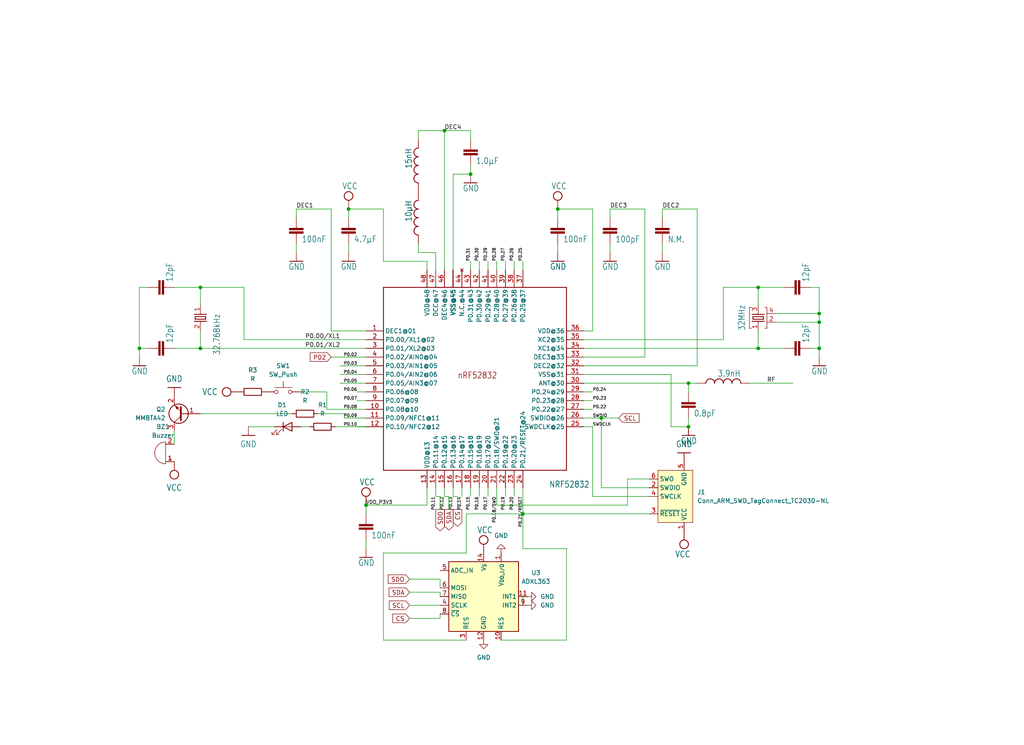
<source format=kicad_sch>
(kicad_sch (version 20230121) (generator eeschema)
  (paper "User" 298.45 217.322)
  (lib_symbols
    (symbol "Connector:Conn_ARM_SWD_TagConnect_TC2030-NL" (in_bom no)
      (property "Reference" "J" (at 2.54 11.43 0))
      (property "Value" "Conn_ARM_SWD_TagConnect_TC2030-NL" (at 2.54 8.89 0))
      (symbol "Conn_ARM_SWD_TagConnect_TC2030-NL_0_0"
        (pin power_in line (at -2.54 10.16 270) (length 2.54) (name "VCC") (number "1"))
        (pin bidirectional line (at 7.62 -2.54 180) (length 2.54) (name "SWDIO") (number "2"))
        (pin open_collector line (at 7.62 5.08 180) (length 2.54) (name "~{RESET}") (number "3"))
        (pin output line (at 7.62 0 180) (length 2.54) (name "SWCLK") (number "4"))
        (pin power_in line (at -2.54 -10.16 90) (length 2.54) (name "GND") (number "5"))
        (pin input line (at 7.62 -5.08 180) (length 2.54) (name "SWO") (number "6"))
      )
      (symbol "Conn_ARM_SWD_TagConnect_TC2030-NL_0_1"
        (rectangle (start -5.08 7.62) (end 5.08 -7.62) (fill (type background)))
      )
    )
    (symbol "Device:Buzzer" (pin_names (offset 0.0254) hide)
      (property "Reference" "BZ" (at 3.81 1.27 0))
      (property "Value" "Buzzer" (at 3.81 -1.27 0))
      (symbol "Buzzer_0_1"
        (arc (start 0 -3.175) (mid 3.1612 0) (end 0 3.175))
        (polyline (pts (xy -1.651 1.905) (xy -1.143 1.905)))
        (polyline (pts (xy -1.397 2.159) (xy -1.397 1.651)))
        (polyline (pts (xy 0 3.175) (xy 0 -3.175)))
      )
      (symbol "Buzzer_1_1"
        (pin passive line (at -2.54 2.54 0) (length 2.54) (name "-") (number "1"))
        (pin passive line (at -2.54 -2.54 0) (length 2.54) (name "+") (number "2"))
      )
    )
    (symbol "Device:LED" (pin_numbers hide) (pin_names (offset 1.016) hide)
      (property "Reference" "D" (at 0 2.54 0))
      (property "Value" "LED" (at 0 -2.54 0))
      (symbol "LED_0_1"
        (polyline (pts (xy -1.27 -1.27) (xy -1.27 1.27)) (stroke (width 0.254)))
        (polyline (pts (xy -1.27 0) (xy 1.27 0)))
        (polyline (pts (xy 1.27 -1.27) (xy 1.27 1.27) (xy -1.27 0) (xy 1.27 -1.27)) (stroke (width 0.254)))
        (polyline (pts (xy -3.048 -0.762) (xy -4.572 -2.286) (xy -3.81 -2.286) (xy -4.572 -2.286) (xy -4.572 -1.524)))
        (polyline (pts (xy -1.778 -0.762) (xy -3.302 -2.286) (xy -2.54 -2.286) (xy -3.302 -2.286) (xy -3.302 -1.524)))
      )
      (symbol "LED_1_1"
        (pin passive line (at -3.81 0 0) (length 2.54) (name "K") (number "1"))
        (pin passive line (at 3.81 0 180) (length 2.54) (name "A") (number "2"))
      )
    )
    (symbol "Device:R" (pin_numbers hide) (pin_names (offset 0))
      (property "Reference" "R" (at 2.032 0 90))
      (property "Value" "R" (at 0 0 90))
      (symbol "R_0_1"
        (rectangle (start -1.016 -2.54) (end 1.016 2.54) (stroke (width 0.254)))
      )
      (symbol "R_1_1"
        (pin passive line (at 0 3.81 270) (length 1.27) (name "~") (number "1"))
        (pin passive line (at 0 -3.81 90) (length 1.27) (name "~") (number "2"))
      )
    )
    (symbol "Sensor_Motion:ADXL363"
      (property "Reference" "U" (at -8.89 11.43 0))
      (property "Value" "ADXL363" (at 6.35 11.43 0))
      (symbol "ADXL363_0_1"
        (rectangle (start -10.16 10.16) (end 10.16 -10.16) (stroke (width 0.254)) (fill (type background)))
      )
      (symbol "ADXL363_1_1"
        (pin power_in line (at 5.08 12.7 270) (length 2.54) (name "V_{DD_I/O}") (number "1"))
        (pin passive line (at 5.08 -12.7 90) (length 2.54) (name "RES") (number "10"))
        (pin output line (at 12.7 0 180) (length 2.54) (name "INT1") (number "11"))
        (pin power_in line (at 0 -12.7 90) (length 2.54) (name "GND") (number "12"))
        (pin passive line (at 0 -12.7 90) (length 2.54) hide (name "GND") (number "13"))
        (pin power_in line (at 0 12.7 270) (length 2.54) (name "V_{S}") (number "14"))
        (pin passive line (at 0 -12.7 90) (length 2.54) hide (name "GND") (number "16"))
        (pin passive line (at -5.08 -12.7 90) (length 2.54) (name "RES") (number "3"))
        (pin input line (at -12.7 -2.54 0) (length 2.54) (name "SCLK") (number "4"))
        (pin input line (at -12.7 7.62 0) (length 2.54) (name "ADC_IN") (number "5"))
        (pin input line (at -12.7 2.54 0) (length 2.54) (name "MOSI") (number "6"))
        (pin output line (at -12.7 0 0) (length 2.54) (name "MISO") (number "7"))
        (pin input line (at -12.7 -5.08 0) (length 2.54) (name "~{CS}") (number "8"))
        (pin output line (at 12.7 -2.54 180) (length 2.54) (name "INT2") (number "9"))
      )
    )
    (symbol "Switch:SW_Push" (pin_numbers hide) (pin_names (offset 1.016) hide)
      (property "Reference" "SW" (at 1.27 2.54 0))
      (property "Value" "SW_Push" (at 0 -1.524 0))
      (symbol "SW_Push_0_1"
        (circle (center -2.032 0) (radius 0.508))
        (polyline (pts (xy 0 1.27) (xy 0 3.048)))
        (polyline (pts (xy 2.54 1.27) (xy -2.54 1.27)))
        (circle (center 2.032 0) (radius 0.508))
        (pin passive line (at -5.08 0 0) (length 2.54) (name "1") (number "1"))
        (pin passive line (at 5.08 0 180) (length 2.54) (name "2") (number "2"))
      )
    )
    (symbol "Transistor_BJT:MMBTA42" (pin_names (offset 0) hide)
      (property "Reference" "Q" (at 5.08 1.905 0))
      (property "Value" "MMBTA42" (at 5.08 0 0))
      (symbol "MMBTA42_0_1"
        (polyline (pts (xy 0 0) (xy 0.635 0)))
        (polyline (pts (xy 0.635 0.635) (xy 2.54 2.54)))
        (polyline (pts (xy 0.635 -0.635) (xy 2.54 -2.54) (xy 2.54 -2.54)))
        (polyline (pts (xy 0.635 1.905) (xy 0.635 -1.905) (xy 0.635 -1.905)) (stroke (width 0.508)))
        (polyline (pts (xy 1.27 -1.778) (xy 1.778 -1.27) (xy 2.286 -2.286) (xy 1.27 -1.778) (xy 1.27 -1.778)) (fill (type outline)))
        (circle (center 1.27 0) (radius 2.8194) (stroke (width 0.254)))
      )
      (symbol "MMBTA42_1_1"
        (pin input line (at -5.08 0 0) (length 5.08) (name "B") (number "1"))
        (pin passive line (at 2.54 -5.08 90) (length 2.54) (name "E") (number "2"))
        (pin passive line (at 2.54 5.08 270) (length 2.54) (name "C") (number "3"))
      )
    )
    (symbol "keyfinder-eagle-import:CAPACITOR_0402_N"
      (symbol "CAPACITOR_0402_N_1_0"
        (rectangle (start -2.032 -2.032) (end 2.032 -1.524) (fill (type outline)))
        (rectangle (start -2.032 -1.016) (end 2.032 -0.508) (fill (type outline)))
        (polyline (pts (xy 0 -2.54) (xy 0 -2.032)) (stroke (width 0.1524)))
        (polyline (pts (xy 0 0) (xy 0 -0.508)) (stroke (width 0.1524)))
        (pin passive line (at 0 2.54 270) (length 2.54) (name "1") (number "1"))
        (pin passive line (at 0 -5.08 90) (length 2.54) (name "2") (number "2"))
      )
    )
    (symbol "keyfinder-eagle-import:CAPACITOR_0603_N"
      (symbol "CAPACITOR_0603_N_1_0"
        (rectangle (start -2.032 -2.032) (end 2.032 -1.524) (fill (type outline)))
        (rectangle (start -2.032 -1.016) (end 2.032 -0.508) (fill (type outline)))
        (polyline (pts (xy 0 -2.54) (xy 0 -2.032)) (stroke (width 0.1524)))
        (polyline (pts (xy 0 0) (xy 0 -0.508)) (stroke (width 0.1524)))
        (pin passive line (at 0 2.54 270) (length 2.54) (name "1") (number "1"))
        (pin passive line (at 0 -5.08 90) (length 2.54) (name "2") (number "2"))
      )
    )
    (symbol "keyfinder-eagle-import:GND" (power)
      (property "Value" "GND" (at -2.54 -2.54 0))
      (symbol "GND_1_0"
        (polyline (pts (xy -1.905 0) (xy 1.905 0)) (stroke (width 0.254)))
        (pin power_in line (at 0 2.54 270) (length 2.54) (name "GND") (number "1"))
      )
    )
    (symbol "keyfinder-eagle-import:INDUCTOR_0402_N"
      (symbol "INDUCTOR_0402_N_1_0"
        (arc (start 0 -5.08) (mid 0.898 -4.708) (end 1.27 -3.81) (stroke (width 0.254)))
        (arc (start 0 -2.54) (mid 0.898 -2.168) (end 1.27 -1.27) (stroke (width 0.254)))
        (arc (start 0 0) (mid 0.898 0.372) (end 1.27 1.27) (stroke (width 0.254)))
        (arc (start 0 2.54) (mid 0.898 2.912) (end 1.27 3.81) (stroke (width 0.254)))
        (arc (start 1.27 -3.81) (mid 0.898 -2.912) (end 0 -2.54) (stroke (width 0.254)))
        (arc (start 1.27 -1.27) (mid 0.898 -0.372) (end 0 0) (stroke (width 0.254)))
        (arc (start 1.27 1.27) (mid 0.898 2.168) (end 0 2.54) (stroke (width 0.254)))
        (arc (start 1.27 3.81) (mid 0.898 4.708) (end 0 5.08) (stroke (width 0.254)))
        (pin passive line (at 0 7.62 270) (length 2.54) (name "1") (number "1"))
        (pin passive line (at 0 -7.62 90) (length 2.54) (name "2") (number "2"))
      )
    )
    (symbol "keyfinder-eagle-import:INDUCTOR_0603_N"
      (symbol "INDUCTOR_0603_N_1_0"
        (arc (start 0 -5.08) (mid 0.898 -4.708) (end 1.27 -3.81) (stroke (width 0.254)))
        (arc (start 0 -2.54) (mid 0.898 -2.168) (end 1.27 -1.27) (stroke (width 0.254)))
        (arc (start 0 0) (mid 0.898 0.372) (end 1.27 1.27) (stroke (width 0.254)))
        (arc (start 0 2.54) (mid 0.898 2.912) (end 1.27 3.81) (stroke (width 0.254)))
        (arc (start 1.27 -3.81) (mid 0.898 -2.912) (end 0 -2.54) (stroke (width 0.254)))
        (arc (start 1.27 -1.27) (mid 0.898 -0.372) (end 0 0) (stroke (width 0.254)))
        (arc (start 1.27 1.27) (mid 0.898 2.168) (end 0 2.54) (stroke (width 0.254)))
        (arc (start 1.27 3.81) (mid 0.898 4.708) (end 0 5.08) (stroke (width 0.254)))
        (pin passive line (at 0 7.62 270) (length 2.54) (name "1") (number "1"))
        (pin passive line (at 0 -7.62 90) (length 2.54) (name "2") (number "2"))
      )
    )
    (symbol "keyfinder-eagle-import:NRF52832"
      (symbol "NRF52832_1_0"
        (polyline (pts (xy 0 0) (xy 0 53.34)) (stroke (width 0.254)))
        (polyline (pts (xy 0 53.34) (xy 53.34 53.34)) (stroke (width 0.254)))
        (polyline (pts (xy 53.34 0) (xy 0 0)) (stroke (width 0.254)))
        (polyline (pts (xy 53.34 53.34) (xy 53.34 0)) (stroke (width 0.254)))
        (text "nRF52832" (at 21.59 26.67 0) (effects (font (size 1.778 1.5113)) (justify left bottom)))
        (pin power_in line (at -5.08 40.64 0) (length 5.08) (name "DEC1@01") (number "1"))
        (pin bidirectional line (at -5.08 17.78 0) (length 5.08) (name "P0.08@10") (number "10"))
        (pin bidirectional line (at -5.08 15.24 0) (length 5.08) (name "P0.09/NFC1@11") (number "11"))
        (pin bidirectional line (at -5.08 12.7 0) (length 5.08) (name "P0.10/NFC2@12") (number "12"))
        (pin power_in line (at 12.7 -5.08 90) (length 5.08) (name "VDD@13") (number "13"))
        (pin bidirectional line (at 15.24 -5.08 90) (length 5.08) (name "P0.11@14") (number "14"))
        (pin bidirectional line (at 17.78 -5.08 90) (length 5.08) (name "P0.12@15") (number "15"))
        (pin bidirectional line (at 20.32 -5.08 90) (length 5.08) (name "P0.13@16") (number "16"))
        (pin bidirectional line (at 22.86 -5.08 90) (length 5.08) (name "P0.14@17") (number "17"))
        (pin bidirectional line (at 25.4 -5.08 90) (length 5.08) (name "P0.15@18") (number "18"))
        (pin bidirectional line (at 27.94 -5.08 90) (length 5.08) (name "P0.16@19") (number "19"))
        (pin bidirectional line (at -5.08 38.1 0) (length 5.08) (name "P0.00/XL1@02") (number "2"))
        (pin bidirectional line (at 30.48 -5.08 90) (length 5.08) (name "P0.17@20") (number "20"))
        (pin bidirectional line (at 33.02 -5.08 90) (length 5.08) (name "P0.18/SWO@21") (number "21"))
        (pin bidirectional line (at 35.56 -5.08 90) (length 5.08) (name "P0.19@22") (number "22"))
        (pin bidirectional line (at 38.1 -5.08 90) (length 5.08) (name "P0.20@23") (number "23"))
        (pin bidirectional line (at 40.64 -5.08 90) (length 5.08) (name "P0.21/RESET@24") (number "24"))
        (pin input line (at 58.42 12.7 180) (length 5.08) (name "SWDCLK@25") (number "25"))
        (pin bidirectional line (at 58.42 15.24 180) (length 5.08) (name "SWDIO@26") (number "26"))
        (pin bidirectional line (at 58.42 17.78 180) (length 5.08) (name "P0.22@27") (number "27"))
        (pin bidirectional line (at 58.42 20.32 180) (length 5.08) (name "P0.23@28") (number "28"))
        (pin bidirectional line (at 58.42 22.86 180) (length 5.08) (name "P0.24@29") (number "29"))
        (pin bidirectional line (at -5.08 35.56 0) (length 5.08) (name "P0.01/XL2@03") (number "3"))
        (pin bidirectional line (at 58.42 25.4 180) (length 5.08) (name "ANT@30") (number "30"))
        (pin bidirectional line (at 58.42 27.94 180) (length 5.08) (name "VSS@31") (number "31"))
        (pin bidirectional line (at 58.42 30.48 180) (length 5.08) (name "DEC2@32") (number "32"))
        (pin bidirectional line (at 58.42 33.02 180) (length 5.08) (name "DEC3@33") (number "33"))
        (pin input line (at 58.42 35.56 180) (length 5.08) (name "XC1@34") (number "34"))
        (pin output line (at 58.42 38.1 180) (length 5.08) (name "XC2@35") (number "35"))
        (pin power_in line (at 58.42 40.64 180) (length 5.08) (name "VDD@36") (number "36"))
        (pin bidirectional line (at 40.64 58.42 270) (length 5.08) (name "P0.25@37") (number "37"))
        (pin bidirectional line (at 38.1 58.42 270) (length 5.08) (name "P0.26@38") (number "38"))
        (pin bidirectional line (at 35.56 58.42 270) (length 5.08) (name "P0.27@39") (number "39"))
        (pin bidirectional line (at -5.08 33.02 0) (length 5.08) (name "P0.02/AIN0@04") (number "4"))
        (pin bidirectional line (at 33.02 58.42 270) (length 5.08) (name "P0.28@40") (number "40"))
        (pin bidirectional line (at 30.48 58.42 270) (length 5.08) (name "P0.29@41") (number "41"))
        (pin bidirectional line (at 27.94 58.42 270) (length 5.08) (name "P0.30@42") (number "42"))
        (pin bidirectional line (at 25.4 58.42 270) (length 5.08) (name "P0.31@43") (number "43"))
        (pin no_connect line (at 22.86 58.42 270) (length 5.08) (name "N.C.@44") (number "44"))
        (pin power_in line (at 20.32 58.42 270) (length 5.08) (name "VSS@45") (number "45"))
        (pin power_in line (at 17.78 58.42 270) (length 5.08) (name "DEC4@46") (number "46"))
        (pin output line (at 15.24 58.42 270) (length 5.08) (name "DCC@47") (number "47"))
        (pin power_in line (at 12.7 58.42 270) (length 5.08) (name "VDD@48") (number "48"))
        (pin bidirectional line (at -5.08 30.48 0) (length 5.08) (name "P0.03/AIN1@05") (number "5"))
        (pin bidirectional line (at -5.08 27.94 0) (length 5.08) (name "P0.04/AIN2@06") (number "6"))
        (pin bidirectional line (at -5.08 25.4 0) (length 5.08) (name "P0.05/AIN3@07") (number "7"))
        (pin bidirectional line (at -5.08 22.86 0) (length 5.08) (name "P0.06@08") (number "8"))
        (pin bidirectional line (at -5.08 20.32 0) (length 5.08) (name "P0.07@09") (number "9"))
        (pin power_in line (at 20.32 58.42 270) (length 5.08) (name "VSS@45") (number "PAD"))
        (pin power_in line (at 20.32 58.42 270) (length 5.08) (name "VSS@45") (number "PAD@VIA01"))
        (pin power_in line (at 20.32 58.42 270) (length 5.08) (name "VSS@45") (number "PAD@VIA02"))
        (pin power_in line (at 20.32 58.42 270) (length 5.08) (name "VSS@45") (number "PAD@VIA03"))
        (pin power_in line (at 20.32 58.42 270) (length 5.08) (name "VSS@45") (number "PAD@VIA04"))
        (pin power_in line (at 20.32 58.42 270) (length 5.08) (name "VSS@45") (number "PAD@VIA05"))
        (pin power_in line (at 20.32 58.42 270) (length 5.08) (name "VSS@45") (number "PAD@VIA06"))
        (pin power_in line (at 20.32 58.42 270) (length 5.08) (name "VSS@45") (number "PAD@VIA07"))
        (pin power_in line (at 20.32 58.42 270) (length 5.08) (name "VSS@45") (number "PAD@VIA08"))
        (pin power_in line (at 20.32 58.42 270) (length 5.08) (name "VSS@45") (number "PAD@VIA09"))
        (pin power_in line (at 20.32 58.42 270) (length 5.08) (name "VSS@45") (number "PAD@VIA10"))
        (pin power_in line (at 20.32 58.42 270) (length 5.08) (name "VSS@45") (number "PAD@VIA11"))
        (pin power_in line (at 20.32 58.42 270) (length 5.08) (name "VSS@45") (number "PAD@VIA12"))
        (pin power_in line (at 20.32 58.42 270) (length 5.08) (name "VSS@45") (number "PAD@VIA13"))
        (pin power_in line (at 20.32 58.42 270) (length 5.08) (name "VSS@45") (number "PAD@VIA14"))
        (pin power_in line (at 20.32 58.42 270) (length 5.08) (name "VSS@45") (number "PAD@VIA15"))
        (pin power_in line (at 20.32 58.42 270) (length 5.08) (name "VSS@45") (number "PAD@VIA16"))
      )
    )
    (symbol "keyfinder-eagle-import:VCC" (power)
      (property "Value" "VCC" (at -1.905 3.175 0))
      (symbol "VCC_1_0"
        (circle (center 0 1.27) (radius 1.27) (stroke (width 0.254)))
        (pin power_in line (at 0 -2.54 90) (length 2.54) (name "VCC") (number "1"))
      )
    )
    (symbol "keyfinder-eagle-import:XTAL_32KHZ"
      (symbol "XTAL_32KHZ_1_0"
        (polyline (pts (xy 0 0) (xy 0.254 0)) (stroke (width 0.1524)))
        (polyline (pts (xy 0.254 0) (xy 0.254 -1.778)) (stroke (width 0.254)))
        (polyline (pts (xy 0.254 1.778) (xy 0.254 0)) (stroke (width 0.254)))
        (polyline (pts (xy 0.889 -1.524) (xy 1.651 -1.524)) (stroke (width 0.254)))
        (polyline (pts (xy 0.889 1.524) (xy 0.889 -1.524)) (stroke (width 0.254)))
        (polyline (pts (xy 1.651 -1.524) (xy 1.651 1.524)) (stroke (width 0.254)))
        (polyline (pts (xy 1.651 1.524) (xy 0.889 1.524)) (stroke (width 0.254)))
        (polyline (pts (xy 2.286 0) (xy 2.286 -1.778)) (stroke (width 0.254)))
        (polyline (pts (xy 2.286 0) (xy 2.54 0)) (stroke (width 0.1524)))
        (polyline (pts (xy 2.286 1.778) (xy 2.286 0)) (stroke (width 0.254)))
        (pin passive line (at -2.54 0 0) (length 2.54) (name "1") (number "1"))
        (pin passive line (at 5.08 0 180) (length 2.54) (name "2") (number "2"))
      )
    )
    (symbol "keyfinder-eagle-import:XTAL_32MHZ"
      (symbol "XTAL_32MHZ_1_0"
        (polyline (pts (xy 0.762 0) (xy 0.762 0.635)) (stroke (width 0.1524)))
        (polyline (pts (xy 0.762 0) (xy 6.858 0)) (stroke (width 0.1524)))
        (polyline (pts (xy 0.762 4.445) (xy 0.762 5.08)) (stroke (width 0.1524)))
        (polyline (pts (xy 0.762 5.08) (xy 6.858 5.08)) (stroke (width 0.1524)))
        (polyline (pts (xy 2.54 2.54) (xy 2.794 2.54)) (stroke (width 0.1524)))
        (polyline (pts (xy 2.794 2.54) (xy 2.794 0.762)) (stroke (width 0.254)))
        (polyline (pts (xy 2.794 4.318) (xy 2.794 2.54)) (stroke (width 0.254)))
        (polyline (pts (xy 3.429 1.016) (xy 4.191 1.016)) (stroke (width 0.254)))
        (polyline (pts (xy 3.429 4.064) (xy 3.429 1.016)) (stroke (width 0.254)))
        (polyline (pts (xy 4.191 1.016) (xy 4.191 4.064)) (stroke (width 0.254)))
        (polyline (pts (xy 4.191 4.064) (xy 3.429 4.064)) (stroke (width 0.254)))
        (polyline (pts (xy 4.826 2.54) (xy 4.826 0.762)) (stroke (width 0.254)))
        (polyline (pts (xy 4.826 2.54) (xy 5.08 2.54)) (stroke (width 0.1524)))
        (polyline (pts (xy 4.826 4.318) (xy 4.826 2.54)) (stroke (width 0.254)))
        (polyline (pts (xy 6.858 0.635) (xy 6.858 0)) (stroke (width 0.1524)))
        (polyline (pts (xy 6.858 5.08) (xy 6.858 4.445)) (stroke (width 0.1524)))
        (pin passive line (at 0 2.54 0) (length 2.54) (name "1") (number "1"))
        (pin passive line (at 2.54 -2.54 90) (length 2.54) (name "2") (number "2"))
        (pin passive line (at 7.62 2.54 180) (length 2.54) (name "3") (number "3"))
        (pin passive line (at 5.08 -2.54 90) (length 2.54) (name "4") (number "4"))
      )
    )
    (symbol "power:GND" (power) (pin_names (offset 0))
      (property "Value" "GND" (at 0 -3.81 0))
      (symbol "GND_0_1"
        (polyline (pts (xy 0 0) (xy 0 -1.27) (xy 1.27 -1.27) (xy 0 -2.54) (xy -1.27 -1.27) (xy 0 -1.27)))
      )
      (symbol "GND_1_1"
        (pin power_in line (at 0 0 270) (length 0) hide (name "GND") (number "1"))
      )
    )
  )
  (junction (at 175.26 121.92))
  (junction (at 101.6 60.96))
  (junction (at 162.56 60.96))
  (junction (at 129.54 38.1))
  (junction (at 220.98 83.82))
  (junction (at 137.16 50.8))
  (junction (at 58.42 83.82))
  (junction (at 238.76 93.98))
  (junction (at 220.98 101.6))
  (junction (at 238.76 91.44))
  (junction (at 200.66 111.76))
  (junction (at 40.64 101.6))
  (junction (at 152.4 149.86))
  (junction (at 238.76 101.6))
  (junction (at 106.68 147.32))
  (junction (at 58.42 101.6))
  (junction (at 200.66 124.46))
  (wire (pts (xy 226.06 91.44) (xy 238.76 91.44)) (stroke (width 0.1524)))
  (wire (pts (xy 210.82 99.06) (xy 170.18 99.06)) (stroke (width 0.1524)))
  (wire (pts (xy 121.92 73.66) (xy 121.92 71.12)) (stroke (width 0.1524)))
  (wire (pts (xy 129.54 78.74) (xy 129.54 38.1)) (stroke (width 0.1524)))
  (wire (pts (xy 195.58 109.22) (xy 195.58 124.46)) (stroke (width 0.1524)))
  (wire (pts (xy 152.4 142.24) (xy 152.4 149.86)) (stroke (width 0.1524)))
  (wire (pts (xy 106.68 116.84) (xy 104.14 116.84)) (stroke (width 0.1524)))
  (wire (pts (xy 137.16 48.26) (xy 137.16 50.8)) (stroke (width 0.1524)))
  (wire (pts (xy 203.2 60.96) (xy 193.04 60.96)) (stroke (width 0.1524)))
  (wire (pts (xy 96.52 104.14) (xy 106.68 104.14)))
  (wire (pts (xy 177.8 71.12) (xy 177.8 73.66)) (stroke (width 0.1524)))
  (wire (pts (xy 238.76 83.82) (xy 238.76 91.44)) (stroke (width 0.1524)))
  (wire (pts (xy 149.86 78.74) (xy 149.86 76.2)) (stroke (width 0.1524)))
  (wire (pts (xy 220.98 83.82) (xy 210.82 83.82)) (stroke (width 0.1524)))
  (wire (pts (xy 152.4 149.86) (xy 189.23 149.86)) (stroke (width 0.1524)))
  (wire (pts (xy 170.18 109.22) (xy 195.58 109.22)) (stroke (width 0.1524)))
  (wire (pts (xy 58.42 101.6) (xy 106.68 101.6)) (stroke (width 0.1524)))
  (wire (pts (xy 139.7 78.74) (xy 139.7 76.2)) (stroke (width 0.1524)))
  (wire (pts (xy 149.86 142.24) (xy 149.86 144.78)) (stroke (width 0.1524)))
  (wire (pts (xy 106.68 124.46) (xy 104.14 124.46)) (stroke (width 0.1524)))
  (wire (pts (xy 135.89 161.29) (xy 135.89 149.86)))
  (wire (pts (xy 182.88 139.7) (xy 189.23 139.7)))
  (wire (pts (xy 106.68 119.38) (xy 95.25 119.38)))
  (wire (pts (xy 106.68 114.3) (xy 104.14 114.3)) (stroke (width 0.1524)))
  (wire (pts (xy 187.96 60.96) (xy 187.96 104.14)) (stroke (width 0.1524)))
  (wire (pts (xy 220.98 96.52) (xy 220.98 101.6)) (stroke (width 0.1524)))
  (wire (pts (xy 127 78.74) (xy 127 73.66)) (stroke (width 0.1524)))
  (wire (pts (xy 132.08 50.8) (xy 137.16 50.8)) (stroke (width 0.1524)))
  (wire (pts (xy 195.58 124.46) (xy 200.66 124.46)) (stroke (width 0.1524)))
  (wire (pts (xy 106.68 147.32) (xy 106.68 149.86)) (stroke (width 0.1524)))
  (wire (pts (xy 236.22 83.82) (xy 238.76 83.82)) (stroke (width 0.1524)))
  (wire (pts (xy 127 142.24) (xy 127 144.78)) (stroke (width 0.1524)))
  (wire (pts (xy 144.78 147.32) (xy 182.88 147.32)))
  (wire (pts (xy 124.46 76.2) (xy 111.76 76.2)) (stroke (width 0.1524)))
  (wire (pts (xy 182.88 147.32) (xy 182.88 139.7)))
  (wire (pts (xy 152.4 78.74) (xy 152.4 76.2)) (stroke (width 0.1524)))
  (wire (pts (xy 124.46 147.32) (xy 106.68 147.32)) (stroke (width 0.1524)))
  (wire (pts (xy 111.76 60.96) (xy 101.6 60.96)) (stroke (width 0.1524)))
  (wire (pts (xy 132.08 142.24) (xy 132.08 144.78)) (stroke (width 0.1524)))
  (wire (pts (xy 129.54 38.1) (xy 137.16 38.1)) (stroke (width 0.1524)))
  (wire (pts (xy 101.6 73.66) (xy 101.6 71.12)) (stroke (width 0.1524)))
  (wire (pts (xy 100.33 121.92) (xy 106.68 121.92)))
  (wire (pts (xy 92.71 120.65) (xy 100.33 120.65)))
  (wire (pts (xy 170.18 124.46) (xy 172.72 124.46)) (stroke (width 0.1524)))
  (wire (pts (xy 130.81 148.59) (xy 130.81 144.78)))
  (wire (pts (xy 58.42 101.6) (xy 58.42 96.52)) (stroke (width 0.1524)))
  (wire (pts (xy 165.1 186.69) (xy 146.05 186.69)) (stroke (width 0.1524)))
  (wire (pts (xy 119.38 176.53) (xy 128.27 176.53)))
  (wire (pts (xy 128.27 180.34) (xy 128.27 179.07)))
  (wire (pts (xy 228.6 83.82) (xy 220.98 83.82)) (stroke (width 0.1524)))
  (wire (pts (xy 127 73.66) (xy 121.92 73.66)) (stroke (width 0.1524)))
  (wire (pts (xy 128.27 148.59) (xy 128.27 144.78)))
  (wire (pts (xy 99.06 106.68) (xy 106.68 106.68)))
  (wire (pts (xy 100.33 120.65) (xy 100.33 121.92)))
  (wire (pts (xy 95.25 119.38) (xy 95.25 114.3)))
  (wire (pts (xy 50.8 83.82) (xy 58.42 83.82)) (stroke (width 0.1524)))
  (wire (pts (xy 170.18 96.52) (xy 172.72 96.52)) (stroke (width 0.1524)))
  (wire (pts (xy 132.08 78.74) (xy 132.08 50.8)) (stroke (width 0.1524)))
  (wire (pts (xy 210.82 83.82) (xy 210.82 99.06)) (stroke (width 0.1524)))
  (wire (pts (xy 135.89 149.86) (xy 152.4 149.86)))
  (wire (pts (xy 86.36 60.96) (xy 86.36 63.5)) (stroke (width 0.1524)))
  (wire (pts (xy 238.76 91.44) (xy 238.76 93.98)) (stroke (width 0.1524)))
  (wire (pts (xy 72.39 124.46) (xy 80.01 124.46)))
  (wire (pts (xy 203.2 106.68) (xy 203.2 60.96)) (stroke (width 0.1524)))
  (wire (pts (xy 220.98 101.6) (xy 228.6 101.6)) (stroke (width 0.1524)))
  (wire (pts (xy 119.38 168.91) (xy 128.27 168.91)))
  (wire (pts (xy 111.76 186.69) (xy 135.89 186.69)))
  (wire (pts (xy 58.42 120.65) (xy 85.09 120.65)))
  (wire (pts (xy 193.04 71.12) (xy 193.04 73.66)) (stroke (width 0.1524)))
  (wire (pts (xy 106.68 96.52) (xy 96.52 96.52)) (stroke (width 0.1524)))
  (wire (pts (xy 106.68 160.02) (xy 106.68 157.48)) (stroke (width 0.1524)))
  (wire (pts (xy 172.72 96.52) (xy 172.72 60.96)) (stroke (width 0.1524)))
  (wire (pts (xy 139.7 142.24) (xy 139.7 144.78)) (stroke (width 0.1524)))
  (wire (pts (xy 144.78 142.24) (xy 144.78 147.32)))
  (wire (pts (xy 193.04 60.96) (xy 193.04 63.5)) (stroke (width 0.1524)))
  (wire (pts (xy 137.16 38.1) (xy 137.16 40.64)) (stroke (width 0.1524)))
  (wire (pts (xy 172.72 60.96) (xy 162.56 60.96)) (stroke (width 0.1524)))
  (wire (pts (xy 152.4 160.02) (xy 165.1 160.02)) (stroke (width 0.1524)))
  (wire (pts (xy 170.18 121.92) (xy 172.72 121.92)) (stroke (width 0.1524)))
  (wire (pts (xy 142.24 142.24) (xy 142.24 144.78)) (stroke (width 0.1524)))
  (wire (pts (xy 170.18 119.38) (xy 172.72 119.38)) (stroke (width 0.1524)))
  (wire (pts (xy 172.72 144.78) (xy 172.72 124.46)))
  (wire (pts (xy 87.63 114.3) (xy 95.25 114.3)))
  (wire (pts (xy 97.79 124.46) (xy 106.68 124.46)))
  (wire (pts (xy 200.66 114.3) (xy 200.66 111.76)) (stroke (width 0.1524)))
  (wire (pts (xy 162.56 71.12) (xy 162.56 73.66)) (stroke (width 0.1524)))
  (wire (pts (xy 142.24 78.74) (xy 142.24 76.2)) (stroke (width 0.1524)))
  (wire (pts (xy 129.54 142.24) (xy 129.54 144.78)) (stroke (width 0.1524)))
  (wire (pts (xy 238.76 101.6) (xy 238.76 104.14)) (stroke (width 0.1524)))
  (wire (pts (xy 71.12 99.06) (xy 106.68 99.06)) (stroke (width 0.1524)))
  (wire (pts (xy 40.64 104.14) (xy 40.64 101.6)) (stroke (width 0.1524)))
  (wire (pts (xy 111.76 76.2) (xy 111.76 60.96)) (stroke (width 0.1524)))
  (wire (pts (xy 40.64 101.6) (xy 40.64 83.82)) (stroke (width 0.1524)))
  (wire (pts (xy 96.52 60.96) (xy 86.36 60.96)) (stroke (width 0.1524)))
  (wire (pts (xy 124.46 78.74) (xy 124.46 76.2)) (stroke (width 0.1524)))
  (wire (pts (xy 189.23 144.78) (xy 172.72 144.78)))
  (wire (pts (xy 119.38 180.34) (xy 128.27 180.34)))
  (wire (pts (xy 177.8 63.5) (xy 177.8 60.96)) (stroke (width 0.1524)))
  (wire (pts (xy 200.66 124.46) (xy 200.66 121.92)) (stroke (width 0.1524)))
  (wire (pts (xy 170.18 106.68) (xy 203.2 106.68)) (stroke (width 0.1524)))
  (wire (pts (xy 218.44 111.76) (xy 231.14 111.76)) (stroke (width 0.1524)))
  (wire (pts (xy 220.98 83.82) (xy 220.98 88.9)) (stroke (width 0.1524)))
  (wire (pts (xy 128.27 168.91) (xy 128.27 171.45)))
  (wire (pts (xy 86.36 73.66) (xy 86.36 71.12)) (stroke (width 0.1524)))
  (wire (pts (xy 99.06 111.76) (xy 106.68 111.76)))
  (wire (pts (xy 99.06 109.22) (xy 106.68 109.22)))
  (wire (pts (xy 124.46 142.24) (xy 124.46 147.32)) (stroke (width 0.1524)))
  (wire (pts (xy 175.26 121.92) (xy 172.72 121.92)))
  (wire (pts (xy 137.16 142.24) (xy 137.16 144.78)) (stroke (width 0.1524)))
  (wire (pts (xy 128.27 172.72) (xy 128.27 173.99)))
  (wire (pts (xy 101.6 60.96) (xy 101.6 63.5)) (stroke (width 0.1524)))
  (wire (pts (xy 152.4 149.86) (xy 152.4 160.02)) (stroke (width 0.1524)))
  (wire (pts (xy 133.35 144.78) (xy 132.08 144.78)))
  (wire (pts (xy 71.12 99.06) (xy 71.12 83.82)) (stroke (width 0.1524)))
  (wire (pts (xy 162.56 60.96) (xy 162.56 63.5)) (stroke (width 0.1524)))
  (wire (pts (xy 40.64 83.82) (xy 43.18 83.82)) (stroke (width 0.1524)))
  (wire (pts (xy 121.92 40.64) (xy 121.92 38.1)) (stroke (width 0.1524)))
  (wire (pts (xy 170.18 101.6) (xy 220.98 101.6)) (stroke (width 0.1524)))
  (wire (pts (xy 170.18 114.3) (xy 172.72 114.3)) (stroke (width 0.1524)))
  (wire (pts (xy 187.96 104.14) (xy 170.18 104.14)) (stroke (width 0.1524)))
  (wire (pts (xy 170.18 111.76) (xy 200.66 111.76)) (stroke (width 0.1524)))
  (wire (pts (xy 152.4 173.99) (xy 153.67 173.99)))
  (wire (pts (xy 170.18 116.84) (xy 172.72 116.84)) (stroke (width 0.1524)))
  (wire (pts (xy 58.42 83.82) (xy 58.42 88.9)) (stroke (width 0.1524)))
  (wire (pts (xy 111.76 161.29) (xy 111.76 186.69)))
  (wire (pts (xy 137.16 78.74) (xy 137.16 76.2)) (stroke (width 0.1524)))
  (wire (pts (xy 238.76 93.98) (xy 238.76 101.6)) (stroke (width 0.1524)))
  (wire (pts (xy 130.81 144.78) (xy 129.54 144.78)))
  (wire (pts (xy 50.8 125.73) (xy 50.8 129.54)))
  (wire (pts (xy 50.8 101.6) (xy 58.42 101.6)) (stroke (width 0.1524)))
  (wire (pts (xy 165.1 160.02) (xy 165.1 186.69)) (stroke (width 0.1524)))
  (wire (pts (xy 96.52 96.52) (xy 96.52 60.96)) (stroke (width 0.1524)))
  (wire (pts (xy 144.78 78.74) (xy 144.78 76.2)) (stroke (width 0.1524)))
  (wire (pts (xy 71.12 83.82) (xy 58.42 83.82)) (stroke (width 0.1524)))
  (wire (pts (xy 177.8 60.96) (xy 187.96 60.96)) (stroke (width 0.1524)))
  (wire (pts (xy 175.26 121.92) (xy 180.34 121.92)))
  (wire (pts (xy 226.06 93.98) (xy 238.76 93.98)) (stroke (width 0.1524)))
  (wire (pts (xy 135.89 161.29) (xy 111.76 161.29)))
  (wire (pts (xy 104.14 121.92) (xy 106.68 121.92)) (stroke (width 0.1524)))
  (wire (pts (xy 152.4 176.53) (xy 152.4 173.99)))
  (wire (pts (xy 121.92 38.1) (xy 129.54 38.1)) (stroke (width 0.1524)))
  (wire (pts (xy 134.62 142.24) (xy 134.62 144.78)) (stroke (width 0.1524)))
  (wire (pts (xy 236.22 101.6) (xy 238.76 101.6)) (stroke (width 0.1524)))
  (wire (pts (xy 119.38 172.72) (xy 128.27 172.72)))
  (wire (pts (xy 128.27 144.78) (xy 127 144.78)))
  (wire (pts (xy 175.26 142.24) (xy 175.26 121.92)))
  (wire (pts (xy 133.35 148.59) (xy 133.35 144.78)))
  (wire (pts (xy 200.66 111.76) (xy 203.2 111.76)) (stroke (width 0.1524)))
  (wire (pts (xy 147.32 142.24) (xy 147.32 144.78)) (stroke (width 0.1524)))
  (wire (pts (xy 147.32 78.74) (xy 147.32 76.2)) (stroke (width 0.1524)))
  (wire (pts (xy 43.18 101.6) (xy 40.64 101.6)) (stroke (width 0.1524)))
  (wire (pts (xy 189.23 142.24) (xy 175.26 142.24)))
  (wire (pts (xy 87.63 124.46) (xy 90.17 124.46)))
  (label "P0.05" (at 104.14 111.76 180) (effects (font (size 0.889 0.889))))
  (label "P0.03" (at 104.14 106.68 180) (effects (font (size 0.889 0.889))))
  (label "P0.00/XL1" (at 88.9 99.06 0) (effects (font (size 1.2446 1.2446))))
  (label "SWDCLK" (at 172.72 124.46 0) (effects (font (size 0.889 0.889))))
  (label "P0.24" (at 172.72 114.3 0) (effects (font (size 0.889 0.889))))
  (label "P0.01/XL2" (at 88.9 101.6 0) (effects (font (size 1.2446 1.2446))))
  (label "P0.27" (at 147.32 76.2 90) (effects (font (size 0.889 0.889))))
  (label "P0.29" (at 142.24 76.2 90) (effects (font (size 0.889 0.889))))
  (label "P0.25" (at 152.4 76.2 90) (effects (font (size 0.889 0.889))))
  (label "P0.20" (at 149.86 144.78 270) (effects (font (size 0.889 0.889))))
  (label "P0.21/RESET" (at 152.4 144.78 270) (effects (font (size 0.889 0.889))))
  (label "P0.19" (at 147.32 144.78 270) (effects (font (size 0.889 0.889))))
  (label "DEC1" (at 86.36 60.96 0) (effects (font (size 1.2446 1.2446))))
  (label "DEC4" (at 129.54 38.1 0) (effects (font (size 1.2446 1.2446))))
  (label "P0.07" (at 104.14 116.84 180) (effects (font (size 0.889 0.889))))
  (label "P0.13" (at 132.08 144.78 270) (effects (font (size 0.889 0.889))))
  (label "P0.08" (at 104.14 119.38 180) (effects (font (size 0.889 0.889))))
  (label "P0.09" (at 104.14 121.92 180) (effects (font (size 0.889 0.889))))
  (label "DEC3" (at 177.8 60.96 0) (effects (font (size 1.2446 1.2446))))
  (label "P0.10" (at 104.14 124.46 180) (effects (font (size 0.889 0.889))))
  (label "P0.02" (at 104.14 104.14 180) (effects (font (size 0.889 0.889))))
  (label "SWDIO" (at 172.72 121.92 0) (effects (font (size 0.889 0.889))))
  (label "P0.14" (at 134.62 144.78 270) (effects (font (size 0.889 0.889))))
  (label "P0.11" (at 127 144.78 270) (effects (font (size 0.889 0.889))))
  (label "P0.12" (at 129.54 144.78 270) (effects (font (size 0.889 0.889))))
  (label "P0.16" (at 139.7 144.78 270) (effects (font (size 0.889 0.889))))
  (label "P0.06" (at 104.14 114.3 180) (effects (font (size 0.889 0.889))))
  (label "P0.18/SWO" (at 144.78 144.78 270) (effects (font (size 0.889 0.889))))
  (label "P0.23" (at 172.72 116.84 0) (effects (font (size 0.889 0.889))))
  (label "DEC2" (at 193.04 60.96 0) (effects (font (size 1.2446 1.2446))))
  (label "P0.15" (at 137.16 144.78 270) (effects (font (size 0.889 0.889))))
  (label "P0.22" (at 172.72 119.38 0) (effects (font (size 0.889 0.889))))
  (label "P0.31" (at 137.16 76.2 90) (effects (font (size 0.889 0.889))))
  (label "P0.17" (at 142.24 144.78 270) (effects (font (size 0.889 0.889))))
  (label "RF" (at 223.52 111.76 0) (effects (font (size 1.2446 1.2446))))
  (label "P0.28" (at 144.78 76.2 90) (effects (font (size 0.889 0.889))))
  (label "P0.30" (at 139.7 76.2 90) (effects (font (size 0.889 0.889))))
  (label "P0.26" (at 149.86 76.2 90) (effects (font (size 0.889 0.889))))
  (label "VDD_P3V3" (at 106.68 147.32 0) (effects (font (size 1.016 1.016))))
  (label "P0.04" (at 104.14 109.22 180) (effects (font (size 0.889 0.889))))
  (global_label "P02" (shape input) (at 96.52 104.14 180) (property "Intersheetrefs" "${INTERSHEET_REFS}" (effects hide)))
  (global_label "SDA" (shape input) (at 119.38 172.72 180) (property "Intersheetrefs" "${INTERSHEET_REFS}" (effects hide)))
  (global_label "SCL" (shape input) (at 119.38 176.53 180) (property "Intersheetrefs" "${INTERSHEET_REFS}" (effects hide)))
  (global_label "CS" (shape output) (at 133.35 148.59 270) (property "Intersheetrefs" "${INTERSHEET_REFS}" (effects hide)))
  (global_label "SDO" (shape input) (at 119.38 168.91 180) (property "Intersheetrefs" "${INTERSHEET_REFS}" (effects hide)))
  (global_label "SDO" (shape output) (at 128.27 148.59 270) (property "Intersheetrefs" "${INTERSHEET_REFS}" (effects hide)))
  (global_label "SDA" (shape output) (at 130.81 148.59 270) (property "Intersheetrefs" "${INTERSHEET_REFS}" (effects hide)))
  (global_label "CS" (shape input) (at 119.38 180.34 180) (property "Intersheetrefs" "${INTERSHEET_REFS}" (effects hide)))
  (global_label "SCL" (shape input) (at 180.34 121.92 0) (property "Intersheetrefs" "${INTERSHEET_REFS}" (effects hide)))
  (symbol (lib_id "keyfinder-eagle-import:VCC") (at 67.31 114.3 90) (unit 1)
    (property "Reference" "#SUPPLY02" (effects hide))
    (property "Value" "VCC" (at 63.5 114.3 90) (effects (font (size 1.778 1.5113)) (justify left)))
  )
  (symbol (lib_id "Device:R") (at 93.98 124.46 90) (unit 1)
    (property "Reference" "R1" (at 93.98 118.11 90))
    (property "Value" "R" (at 93.98 120.65 90))
    (property "Footprint" "Resistor_SMD:R_0805_2012Metric" (effects hide))
    (property "Datasheet" "https://www.vishay.com/docs/20043/crcwhpe3.pdf" (effects hide))
    (property "MFP" "CRCW080575R0FKEAHP" (effects hide))
  )
  (symbol (lib_id "keyfinder-eagle-import:GND") (at 101.6 76.2 0) (mirror y) (unit 1)
    (property "Reference" "#GND03" (effects hide))
    (property "Value" "GND" (at 104.14 78.74 0) (effects (font (size 1.778 1.5113)) (justify left bottom)))
  )
  (symbol (lib_id "keyfinder-eagle-import:GND") (at 137.16 53.34 0) (mirror y) (unit 1)
    (property "Reference" "#GND04" (effects hide))
    (property "Value" "GND" (at 139.7 55.88 0) (effects (font (size 1.778 1.5113)) (justify left bottom)))
  )
  (symbol (lib_id "keyfinder-eagle-import:CAPACITOR_0402_N") (at 45.72 101.6 90) (unit 1)
    (property "Reference" "C12" (effects hide))
    (property "Value" "12pF" (at 50.419 100.076 0) (effects (font (size 1.778 1.5113)) (justify left bottom)))
    (property "Footprint" "keyfinder:RESC0402_N" (effects hide))
  )
  (symbol (lib_id "keyfinder-eagle-import:GND") (at 200.66 127 0) (mirror y) (unit 1)
    (property "Reference" "#GND06" (effects hide))
    (property "Value" "GND" (at 203.2 129.54 0) (effects (font (size 1.778 1.5113)) (justify left bottom)))
  )
  (symbol (lib_id "keyfinder-eagle-import:CAPACITOR_0402_N") (at 86.36 66.04 0) (unit 1)
    (property "Reference" "C4" (effects hide))
    (property "Value" "100nF" (at 87.884 70.739 0) (effects (font (size 1.778 1.5113)) (justify left bottom)))
    (property "Footprint" "keyfinder:RESC0402_N" (effects hide))
  )
  (symbol (lib_id "keyfinder-eagle-import:XTAL_32KHZ") (at 58.42 91.44 270) (unit 1)
    (property "Reference" "X2" (effects hide))
    (property "Value" "32.768kHz" (at 62.23 91.44 0) (effects (font (size 1.778 1.5113)) (justify left bottom)))
    (property "Footprint" "keyfinder:XTAL_3215_N" (effects hide))
  )
  (symbol (lib_id "keyfinder-eagle-import:VCC") (at 140.97 158.75 0) (unit 1)
    (property "Reference" "#VDD_NRF03" (effects hide))
    (property "Value" "VCC" (at 139.065 155.575 0) (effects (font (size 1.778 1.5113)) (justify left bottom)))
  )
  (symbol (lib_id "keyfinder-eagle-import:CAPACITOR_0402_N") (at 231.14 83.82 90) (unit 1)
    (property "Reference" "C2" (effects hide))
    (property "Value" "12pF" (at 235.839 82.296 0) (effects (font (size 1.778 1.5113)) (justify left bottom)))
    (property "Footprint" "keyfinder:RESC0402_N" (effects hide))
  )
  (symbol (lib_id "keyfinder-eagle-import:GND") (at 72.39 127 0) (unit 1)
    (property "Reference" "#GND08" (effects hide))
    (property "Value" "GND" (at 72.39 129.54 0) (effects (font (size 1.778 1.5113))))
  )
  (symbol (lib_id "Sensor_Motion:ADXL363") (at 140.97 173.99 0) (unit 1)
    (property "Reference" "U3" (at 156.21 167.0619 0))
    (property "Value" "ADXL363" (at 156.21 169.6019 0))
    (property "Footprint" "Sensor_Motion:Analog_LGA-16_3.25x3mm_P0.5mm_LayoutBorder3x5y" (effects hide))
    (property "Datasheet" "https://www.analog.com/media/en/technical-documentation/data-sheets/ADXL363.pdf" (effects hide))
  )
  (symbol (lib_id "power:GND") (at 153.67 173.99 90) (unit 1)
    (property "Reference" "#PWR03" (effects hide))
    (property "Value" "GND" (at 157.48 173.99 90) (effects (justify right)))
  )
  (symbol (lib_id "power:GND") (at 146.05 161.29 180) (unit 1)
    (property "Reference" "#PWR02" (effects hide))
    (property "Value" "GND" (at 146.05 156.21 0))
  )
  (symbol (lib_id "keyfinder-eagle-import:GND") (at 86.36 76.2 0) (mirror y) (unit 1)
    (property "Reference" "#GND02" (effects hide))
    (property "Value" "GND" (at 88.9 78.74 0) (effects (font (size 1.778 1.5113)) (justify left bottom)))
  )
  (symbol (lib_id "keyfinder-eagle-import:XTAL_32MHZ") (at 223.52 96.52 90) (unit 1)
    (property "Reference" "X1" (effects hide))
    (property "Value" "32MHz" (at 217.17 96.52 0) (effects (font (size 1.778 1.5113)) (justify left bottom)))
    (property "Footprint" "keyfinder:BT-XTAL_2016_N" (effects hide))
  )
  (symbol (lib_id "keyfinder-eagle-import:INDUCTOR_0402_N") (at 121.92 48.26 180) (unit 1)
    (property "Reference" "L3" (effects hide))
    (property "Value" "15nH" (at 118.11 43.18 90) (effects (font (size 1.778 1.5113)) (justify left bottom)))
    (property "Footprint" "keyfinder:RESC0402_N" (effects hide))
  )
  (symbol (lib_id "power:GND") (at 153.67 176.53 90) (unit 1)
    (property "Reference" "#PWR04" (effects hide))
    (property "Value" "GND" (at 157.48 176.53 90) (effects (justify right)))
  )
  (symbol (lib_id "keyfinder-eagle-import:GND") (at 238.76 106.68 0) (mirror y) (unit 1)
    (property "Reference" "#GND010" (effects hide))
    (property "Value" "GND" (at 241.3 109.22 0) (effects (font (size 1.778 1.5113)) (justify left bottom)))
  )
  (symbol (lib_id "keyfinder-eagle-import:CAPACITOR_0402_N") (at 162.56 66.04 0) (unit 1)
    (property "Reference" "C8" (effects hide))
    (property "Value" "100nF" (at 164.084 70.739 0) (effects (font (size 1.778 1.5113)) (justify left bottom)))
    (property "Footprint" "keyfinder:RESC0402_N" (effects hide))
  )
  (symbol (lib_id "power:GND") (at 140.97 186.69 0) (unit 1)
    (property "Reference" "#PWR01" (effects hide))
    (property "Value" "GND" (at 140.97 191.77 0))
  )
  (symbol (lib_id "keyfinder-eagle-import:CAPACITOR_0603_N") (at 101.6 66.04 0) (unit 1)
    (property "Reference" "C9" (effects hide))
    (property "Value" "4.7µF" (at 103.124 70.739 0) (effects (font (size 1.778 1.5113)) (justify left bottom)))
    (property "Footprint" "keyfinder:RESC0603_N" (effects hide))
  )
  (symbol (lib_id "keyfinder-eagle-import:GND") (at 162.56 76.2 0) (mirror y) (unit 1)
    (property "Reference" "#GND05" (effects hide))
    (property "Value" "GND" (at 165.1 78.74 0) (effects (font (size 1.778 1.5113)) (justify left bottom)))
  )
  (symbol (lib_id "Device:R") (at 88.9 120.65 90) (unit 1)
    (property "Reference" "R2" (at 88.9 114.3 90))
    (property "Value" "R" (at 88.9 116.84 90))
    (property "Footprint" "Resistor_SMD:R_0805_2012Metric" (effects hide))
    (property "Datasheet" "https://www.vishay.com/docs/20043/crcwhpe3.pdf" (effects hide))
    (property "MFP" "CRCW080575R0FKEAHP" (effects hide))
  )
  (symbol (lib_id "Transistor_BJT:MMBTA42") (at 53.34 120.65 180) (unit 1)
    (property "Reference" "Q2" (at 48.26 119.38 0) (effects (justify left)))
    (property "Value" "MMBTA42" (at 48.26 121.92 0) (effects (justify left)))
    (property "Footprint" "Package_TO_SOT_SMD:SOT-23" (effects hide))
    (property "Datasheet" "https://www.onsemi.com/pub/Collateral/MMBTA42LT1-D.PDF" (effects hide))
  )
  (symbol (lib_id "Device:R") (at 73.66 114.3 90) (unit 1)
    (property "Reference" "R3" (at 73.66 107.95 90))
    (property "Value" "R" (at 73.66 110.49 90))
    (property "Footprint" "Resistor_SMD:R_0805_2012Metric" (effects hide))
    (property "Datasheet" "https://www.vishay.com/docs/20043/crcwhpe3.pdf" (effects hide))
    (property "MFP" "CRCW080575R0FKEAHP" (effects hide))
  )
  (symbol (lib_id "keyfinder-eagle-import:VCC") (at 50.8 137.16 180) (unit 1)
    (property "Reference" "#SUPPLY01" (effects hide))
    (property "Value" "VCC" (at 50.8 142.24 0) (effects (font (size 1.778 1.5113))))
  )
  (symbol (lib_id "keyfinder-eagle-import:VCC") (at 199.39 157.48 180) (unit 1)
    (property "Reference" "#VDD_NRF04" (effects hide))
    (property "Value" "VCC" (at 201.295 160.655 0) (effects (font (size 1.778 1.5113)) (justify left bottom)))
  )
  (symbol (lib_id "keyfinder-eagle-import:VCC") (at 101.6 58.42 0) (unit 1)
    (property "Reference" "#VDD_NRF01" (effects hide))
    (property "Value" "VCC" (at 99.695 55.245 0) (effects (font (size 1.778 1.5113)) (justify left bottom)))
  )
  (symbol (lib_id "keyfinder-eagle-import:INDUCTOR_0603_N") (at 121.92 63.5 180) (unit 1)
    (property "Reference" "L2" (effects hide))
    (property "Value" "10µH" (at 118.11 58.42 90) (effects (font (size 1.778 1.5113)) (justify left bottom)))
    (property "Footprint" "keyfinder:RESC0603_N" (effects hide))
  )
  (symbol (lib_id "keyfinder-eagle-import:INDUCTOR_0402_N") (at 210.82 111.76 90) (unit 1)
    (property "Reference" "L1" (effects hide))
    (property "Value" "3.9nH" (at 215.9 107.95 90) (effects (font (size 1.778 1.5113)) (justify left bottom)))
    (property "Footprint" "keyfinder:RESC0402_N" (effects hide))
  )
  (symbol (lib_id "keyfinder-eagle-import:NRF52832") (at 111.76 137.16 0) (unit 1)
    (property "Reference" "U1" (effects hide))
    (property "Value" "NRF52832" (at 160.02 142.24 0) (effects (font (size 1.778 1.5113)) (justify left bottom)))
    (property "Footprint" "Package_DFN_QFN:UQFN-48-1EP_6x6mm_P0.4mm_EP4.45x4.45mm" (effects hide))
  )
  (symbol (lib_id "keyfinder-eagle-import:CAPACITOR_0402_N") (at 45.72 83.82 90) (unit 1)
    (property "Reference" "C11" (effects hide))
    (property "Value" "12pF" (at 50.419 82.296 0) (effects (font (size 1.778 1.5113)) (justify left bottom)))
    (property "Footprint" "keyfinder:RESC0402_N" (effects hide))
  )
  (symbol (lib_id "keyfinder-eagle-import:GND") (at 50.8 113.03 180) (unit 1)
    (property "Reference" "#GND012" (effects hide))
    (property "Value" "GND" (at 50.8 110.49 0) (effects (font (size 1.778 1.5113))))
  )
  (symbol (lib_id "keyfinder-eagle-import:GND") (at 199.39 132.08 180) (unit 1)
    (property "Reference" "#GND013" (effects hide))
    (property "Value" "GND" (at 199.39 129.54 0) (effects (font (size 1.778 1.5113))))
  )
  (symbol (lib_id "Connector:Conn_ARM_SWD_TagConnect_TC2030-NL") (at 196.85 144.78 180) (unit 1) (in_bom no)
    (property "Reference" "J1" (at 203.2 143.51 0) (effects (justify right)))
    (property "Value" "Conn_ARM_SWD_TagConnect_TC2030-NL" (at 203.2 146.05 0) (effects (justify right)))
    (property "Footprint" "Connector:Tag-Connect_TC2030-IDC-NL_2x03_P1.27mm_Vertical" (effects hide))
    (property "Datasheet" "https://www.tag-connect.com/wp-content/uploads/bsk-pdf-manager/TC2030-CTX_1.pdf" (effects hide))
  )
  (symbol (lib_id "keyfinder-eagle-import:CAPACITOR_0402_N") (at 193.04 66.04 0) (unit 1)
    (property "Reference" "C6" (effects hide))
    (property "Value" "N.M." (at 194.564 70.739 0) (effects (font (size 1.778 1.5113)) (justify left bottom)))
    (property "Footprint" "keyfinder:RESC0402_N" (effects hide))
  )
  (symbol (lib_id "keyfinder-eagle-import:CAPACITOR_0402_N") (at 231.14 101.6 90) (unit 1)
    (property "Reference" "C1" (effects hide))
    (property "Value" "12pF" (at 235.839 100.076 0) (effects (font (size 1.778 1.5113)) (justify left bottom)))
    (property "Footprint" "keyfinder:RESC0402_N" (effects hide))
  )
  (symbol (lib_id "Switch:SW_Push") (at 82.55 114.3 0) (unit 1)
    (property "Reference" "SW1" (at 82.55 106.68 0))
    (property "Value" "SW_Push" (at 82.55 109.22 0))
    (property "Footprint" "Button_Switch_SMD:SW_SPST_Omron_B3FS-100xP" (effects hide))
    (property "Datasheet" "https://eu.mouser.com/datasheet/2/26/APPM_S_A0001220312_1-2538056.pdf" (effects hide))
    (property "MFP" "MHPS2285" (effects hide))
  )
  (symbol (lib_id "keyfinder-eagle-import:GND") (at 193.04 76.2 0) (mirror y) (unit 1)
    (property "Reference" "#GND011" (effects hide))
    (property "Value" "GND" (at 195.58 78.74 0) (effects (font (size 1.778 1.5113)) (justify left bottom)))
  )
  (symbol (lib_id "keyfinder-eagle-import:CAPACITOR_0402_N") (at 177.8 66.04 0) (unit 1)
    (property "Reference" "C7" (effects hide))
    (property "Value" "100pF" (at 179.324 70.739 0) (effects (font (size 1.778 1.5113)) (justify left bottom)))
    (property "Footprint" "keyfinder:RESC0402_N" (effects hide))
  )
  (symbol (lib_id "keyfinder-eagle-import:GND") (at 177.8 76.2 0) (mirror y) (unit 1)
    (property "Reference" "#GND07" (effects hide))
    (property "Value" "GND" (at 180.34 78.74 0) (effects (font (size 1.778 1.5113)) (justify left bottom)))
  )
  (symbol (lib_id "keyfinder-eagle-import:GND") (at 40.64 106.68 0) (mirror y) (unit 1)
    (property "Reference" "#GND09" (effects hide))
    (property "Value" "GND" (at 43.18 109.22 0) (effects (font (size 1.778 1.5113)) (justify left bottom)))
  )
  (symbol (lib_id "keyfinder-eagle-import:GND") (at 106.68 162.56 0) (mirror y) (unit 1)
    (property "Reference" "#GND01" (effects hide))
    (property "Value" "GND" (at 109.22 165.1 0) (effects (font (size 1.778 1.5113)) (justify left bottom)))
  )
  (symbol (lib_id "keyfinder-eagle-import:VCC") (at 162.56 58.42 0) (unit 1)
    (property "Reference" "#VDD_NRF02" (effects hide))
    (property "Value" "VCC" (at 160.655 55.245 0) (effects (font (size 1.778 1.5113)) (justify left bottom)))
  )
  (symbol (lib_id "keyfinder-eagle-import:CAPACITOR_0603_N") (at 137.16 43.18 0) (unit 1)
    (property "Reference" "C10" (effects hide))
    (property "Value" "1.0µF" (at 138.684 47.879 0) (effects (font (size 1.778 1.5113)) (justify left bottom)))
    (property "Footprint" "keyfinder:RESC0603_N" (effects hide))
  )
  (symbol (lib_id "Device:LED") (at 83.82 124.46 0) (unit 1)
    (property "Reference" "D1" (at 82.2325 118.11 0))
    (property "Value" "LED" (at 82.2325 120.65 0))
    (property "Footprint" "LED_SMD:LED_0805_2012Metric" (effects hide))
    (property "MFP" "HSMH-H170 " (effects hide))
  )
  (symbol (lib_id "Device:Buzzer") (at 48.26 132.08 180) (unit 1)
    (property "Reference" "BZ1" (at 47.5049 124.46 0))
    (property "Value" "Buzzer" (at 47.5049 127 0))
    (property "Footprint" "Buzzer_Beeper:MagneticBuzzer_Kingstate_KCG0601" (effects hide))
    (property "Datasheet" "https://www.mouser.fr/datasheet/2/670/cpt_7502_65_smt_tr-3312930.pdf" (effects hide))
    (property "MFP" "CPT-7502-65-SMT-TR" (effects hide))
  )
  (symbol (lib_id "keyfinder-eagle-import:CAPACITOR_0402_N") (at 200.66 116.84 0) (unit 1)
    (property "Reference" "C3" (effects hide))
    (property "Value" "0.8pF" (at 202.184 121.539 0) (effects (font (size 1.778 1.5113)) (justify left bottom)))
    (property "Footprint" "keyfinder:RESC0402_N" (effects hide))
  )
  (symbol (lib_id "keyfinder-eagle-import:CAPACITOR_0402_N") (at 106.68 152.4 0) (unit 1)
    (property "Reference" "C5" (effects hide))
    (property "Value" "100nF" (at 108.204 157.099 0) (effects (font (size 1.778 1.5113)) (justify left bottom)))
    (property "Footprint" "keyfinder:RESC0402_N" (effects hide))
  )
  (symbol (lib_id "keyfinder-eagle-import:VCC") (at 106.68 144.78 0) (unit 1)
    (property "Reference" "#VDD_NRF00" (effects hide))
    (property "Value" "VCC" (at 104.775 141.605 0) (effects (font (size 1.778 1.5113)) (justify left bottom)))
  )
)
</source>
